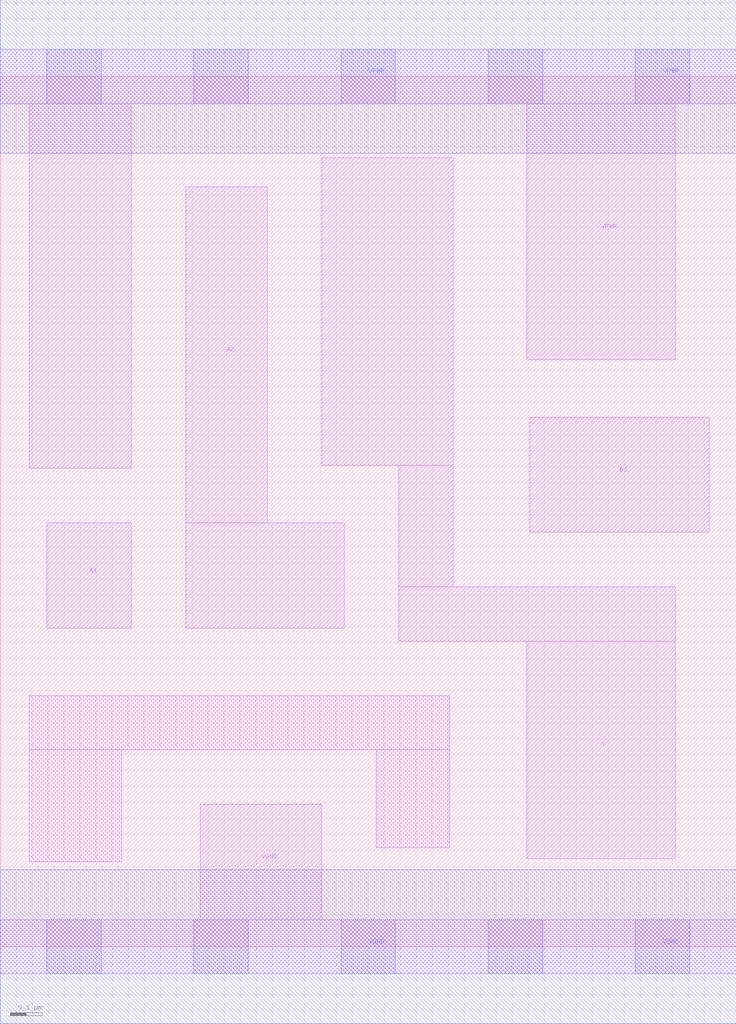
<source format=lef>
# Copyright 2020 The SkyWater PDK Authors
#
# Licensed under the Apache License, Version 2.0 (the "License");
# you may not use this file except in compliance with the License.
# You may obtain a copy of the License at
#
#     https://www.apache.org/licenses/LICENSE-2.0
#
# Unless required by applicable law or agreed to in writing, software
# distributed under the License is distributed on an "AS IS" BASIS,
# WITHOUT WARRANTIES OR CONDITIONS OF ANY KIND, either express or implied.
# See the License for the specific language governing permissions and
# limitations under the License.
#
# SPDX-License-Identifier: Apache-2.0

VERSION 5.7 ;
  NAMESCASESENSITIVE ON ;
  NOWIREEXTENSIONATPIN ON ;
  DIVIDERCHAR "/" ;
  BUSBITCHARS "[]" ;
UNITS
  DATABASE MICRONS 200 ;
END UNITS
PROPERTYDEFINITIONS
  MACRO maskLayoutSubType STRING ;
  MACRO prCellType STRING ;
  MACRO originalViewName STRING ;
END PROPERTYDEFINITIONS
MACRO sky130_fd_sc_hdll__o21ai_1
  CLASS CORE ;
  FOREIGN sky130_fd_sc_hdll__o21ai_1 ;
  ORIGIN  0.000000  0.000000 ;
  SIZE  2.300000 BY  2.720000 ;
  SYMMETRY X Y R90 ;
  SITE unithd ;
  PIN A1
    ANTENNAGATEAREA  0.277500 ;
    DIRECTION INPUT ;
    USE SIGNAL ;
    PORT
      LAYER li1 ;
        RECT 0.145000 0.995000 0.410000 1.325000 ;
    END
  END A1
  PIN A2
    ANTENNAGATEAREA  0.277500 ;
    DIRECTION INPUT ;
    USE SIGNAL ;
    PORT
      LAYER li1 ;
        RECT 0.580000 0.995000 1.075000 1.325000 ;
        RECT 0.580000 1.325000 0.835000 2.375000 ;
    END
  END A2
  PIN B1
    ANTENNAGATEAREA  0.223500 ;
    DIRECTION INPUT ;
    USE SIGNAL ;
    PORT
      LAYER li1 ;
        RECT 1.655000 1.295000 2.215000 1.655000 ;
    END
  END B1
  PIN Y
    ANTENNADIFFAREA  0.752250 ;
    DIRECTION OUTPUT ;
    USE SIGNAL ;
    PORT
      LAYER li1 ;
        RECT 1.005000 1.505000 1.415000 2.465000 ;
        RECT 1.245000 0.955000 2.110000 1.125000 ;
        RECT 1.245000 1.125000 1.415000 1.505000 ;
        RECT 1.645000 0.275000 2.110000 0.955000 ;
    END
  END Y
  PIN VGND
    DIRECTION INOUT ;
    USE GROUND ;
    PORT
      LAYER li1 ;
        RECT 0.000000 -0.085000 2.300000 0.085000 ;
        RECT 0.625000  0.085000 1.005000 0.445000 ;
      LAYER mcon ;
        RECT 0.145000 -0.085000 0.315000 0.085000 ;
        RECT 0.605000 -0.085000 0.775000 0.085000 ;
        RECT 1.065000 -0.085000 1.235000 0.085000 ;
        RECT 1.525000 -0.085000 1.695000 0.085000 ;
        RECT 1.985000 -0.085000 2.155000 0.085000 ;
      LAYER met1 ;
        RECT 0.000000 -0.240000 2.300000 0.240000 ;
    END
  END VGND
  PIN VPWR
    DIRECTION INOUT ;
    USE POWER ;
    PORT
      LAYER li1 ;
        RECT 0.000000 2.635000 2.300000 2.805000 ;
        RECT 0.090000 1.495000 0.410000 2.635000 ;
        RECT 1.645000 1.835000 2.110000 2.635000 ;
      LAYER mcon ;
        RECT 0.145000 2.635000 0.315000 2.805000 ;
        RECT 0.605000 2.635000 0.775000 2.805000 ;
        RECT 1.065000 2.635000 1.235000 2.805000 ;
        RECT 1.525000 2.635000 1.695000 2.805000 ;
        RECT 1.985000 2.635000 2.155000 2.805000 ;
      LAYER met1 ;
        RECT 0.000000 2.480000 2.300000 2.960000 ;
    END
  END VPWR
  OBS
    LAYER li1 ;
      RECT 0.090000 0.265000 0.380000 0.615000 ;
      RECT 0.090000 0.615000 1.405000 0.785000 ;
      RECT 1.175000 0.310000 1.405000 0.615000 ;
  END
  PROPERTY maskLayoutSubType "abstract" ;
  PROPERTY prCellType "standard" ;
  PROPERTY originalViewName "layout" ;
END sky130_fd_sc_hdll__o21ai_1

</source>
